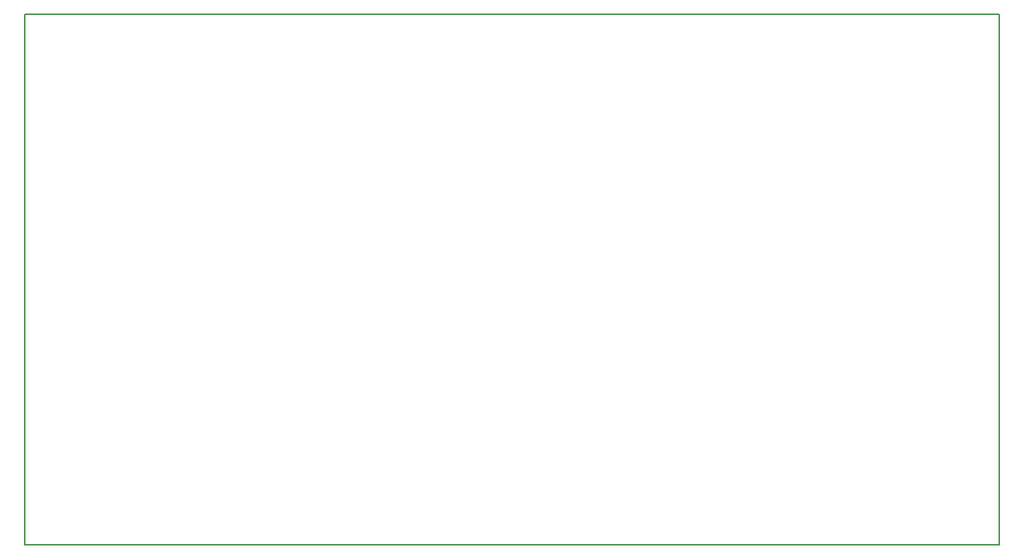
<source format=gm1>
%TF.GenerationSoftware,KiCad,Pcbnew,(5.1.7-0-10_14)*%
%TF.CreationDate,2021-02-01T11:36:59-06:00*%
%TF.ProjectId,Q-test-circuit,512d7465-7374-42d6-9369-72637569742e,rev?*%
%TF.SameCoordinates,Original*%
%TF.FileFunction,Profile,NP*%
%FSLAX46Y46*%
G04 Gerber Fmt 4.6, Leading zero omitted, Abs format (unit mm)*
G04 Created by KiCad (PCBNEW (5.1.7-0-10_14)) date 2021-02-01 11:36:59*
%MOMM*%
%LPD*%
G01*
G04 APERTURE LIST*
%TA.AperFunction,Profile*%
%ADD10C,0.150000*%
%TD*%
G04 APERTURE END LIST*
D10*
X108000000Y-74000000D02*
X108000000Y-134000000D01*
X218000000Y-134000000D02*
X108000000Y-134000000D01*
X218000000Y-74000000D02*
X218000000Y-134000000D01*
X108000000Y-74000000D02*
X218000000Y-74000000D01*
M02*

</source>
